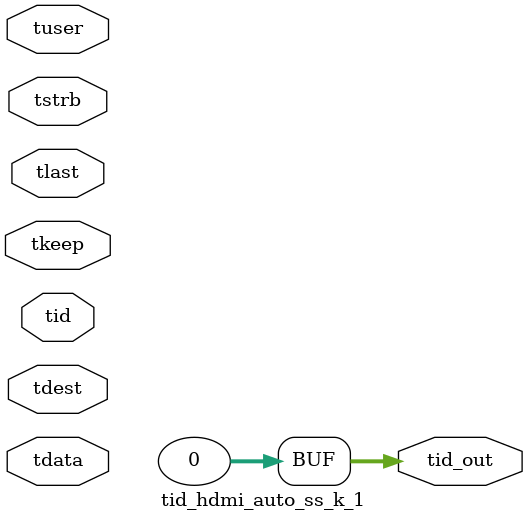
<source format=v>


`timescale 1ps/1ps

module tid_hdmi_auto_ss_k_1 #
(
parameter C_S_AXIS_TID_WIDTH   = 1,
parameter C_S_AXIS_TUSER_WIDTH = 0,
parameter C_S_AXIS_TDATA_WIDTH = 0,
parameter C_S_AXIS_TDEST_WIDTH = 0,
parameter C_M_AXIS_TID_WIDTH   = 32
)
(
input  [(C_S_AXIS_TID_WIDTH   == 0 ? 1 : C_S_AXIS_TID_WIDTH)-1:0       ] tid,
input  [(C_S_AXIS_TDATA_WIDTH == 0 ? 1 : C_S_AXIS_TDATA_WIDTH)-1:0     ] tdata,
input  [(C_S_AXIS_TUSER_WIDTH == 0 ? 1 : C_S_AXIS_TUSER_WIDTH)-1:0     ] tuser,
input  [(C_S_AXIS_TDEST_WIDTH == 0 ? 1 : C_S_AXIS_TDEST_WIDTH)-1:0     ] tdest,
input  [(C_S_AXIS_TDATA_WIDTH/8)-1:0 ] tkeep,
input  [(C_S_AXIS_TDATA_WIDTH/8)-1:0 ] tstrb,
input                                                                    tlast,
output [(C_M_AXIS_TID_WIDTH   == 0 ? 1 : C_M_AXIS_TID_WIDTH)-1:0       ] tid_out
);

assign tid_out = {1'b0};

endmodule


</source>
